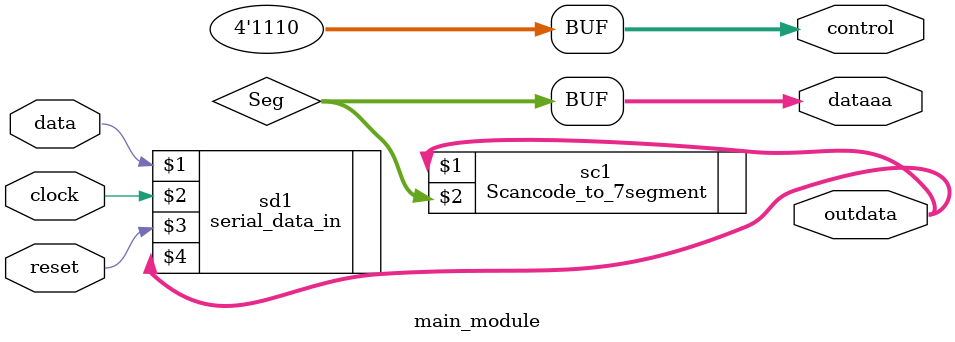
<source format=v>
`timescale 1ns / 1ps
module main_module(
    input clock,data,reset,
	 output [6:0]dataaa,
	 output [7:0] outdata,
	 output [3:0] control
	 );
	 wire [6:0] Seg;
serial_data_in sd1(data,clock,reset,outdata);
Scancode_to_7segment sc1(outdata,Seg);
assign control = 4'b1110;
assign dataaa = Seg;


endmodule

</source>
